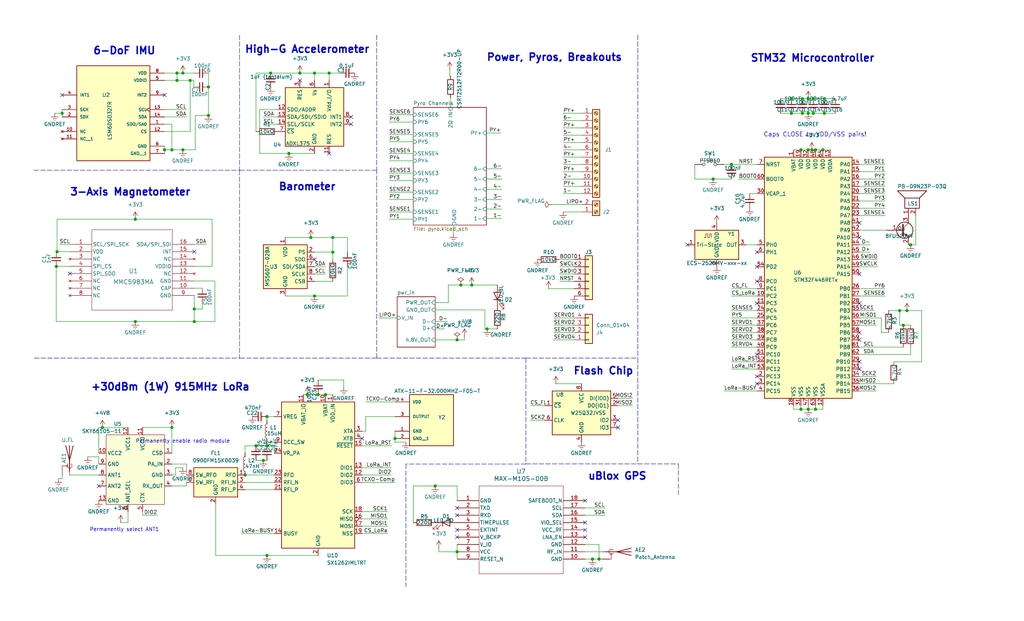
<source format=kicad_sch>
(kicad_sch (version 20231120) (generator "eeschema") (generator_version "8.0")
  (paper "USLegal")
  (title_block (title "WINTER Avionics Computer") (date "2024-04-24") (rev "3.2") (company "SparrowTheNerd"))
  (junction (at 113.03 137.16))
  (junction (at 104.14 25.4))
  (junction (at 163.83 99.06))
  (junction (at 137.16 152.4))
  (junction (at 67.4624 107.3912))
  (junction (at 312.42 107.95))
  (junction (at 254 57.15))
  (junction (at 93.98 25.4))
  (junction (at 314.96 107.95))
  (junction (at 109.22 102.87))
  (junction (at 72.39 40.132))
  (junction (at 109.22 25.4))
  (junction (at 61.468 25.4))
  (junction (at 92.71 193.04))
  (junction (at 110.49 137.16))
  (junction (at 115.57 82.55))
  (junction (at 274.828 39.37))
  (junction (at 274.828 34.29))
  (junction (at 278.638 34.29))
  (junction (at 19.558 92.6084))
  (junction (at 282.448 39.37))
  (junction (at 85.09 165.1))
  (junction (at 282.448 34.29))
  (junction (at 247.65 62.23))
  (junction (at 280.67 52.07))
  (junction (at 100.33 53.34))
  (junction (at 316.23 85.09))
  (junction (at 106.68 137.16))
  (junction (at 21.59 39.37))
  (junction (at 46.99 111.76))
  (junction (at 59.69 148.59))
  (junction (at 278.638 39.37))
  (junction (at 46.99 76.2))
  (junction (at 61.468 27.94))
  (junction (at 63.5 25.4))
  (junction (at 278.13 142.24))
  (junction (at 19.812 87.4776))
  (junction (at 278.13 52.07))
  (junction (at 151.13 168.91))
  (junction (at 115.57 87.63))
  (junction (at 63.5 52.07))
  (junction (at 107.95 82.55))
  (junction (at 59.69 52.07))
  (junction (at 280.67 39.37))
  (junction (at 114.3 25.4))
  (junction (at 205.74 194.31))
  (junction (at 286.258 39.37))
  (junction (at 35.56 148.59))
  (junction (at 66.04 27.94))
  (junction (at 67.4624 111.76))
  (junction (at 285.75 52.07))
  (junction (at 72.39 30.226))
  (junction (at 280.67 34.29))
  (junction (at 88.9 154.94))
  (junction (at 160.02 99.06))
  (junction (at 313.69 113.03))
  (junction (at 92.71 144.78))
  (junction (at 92.71 154.94))
  (junction (at 280.67 142.24))
  (junction (at 286.258 34.29))
  (junction (at 281.94 52.07))
  (junction (at 283.21 142.24))
  (junction (at 91.44 160.02))
  (junction (at 169.164 114.3))
  (junction (at 208.026 194.31))
  (junction (at 283.21 52.07))
  (junction (at 158.75 118.11))
  (junction (at 158.75 191.77))
  (junction (at 57.15 52.07))
  (no_connect (at 298.45 77.47))
  (no_connect (at 109.22 90.17))
  (no_connect (at 24.2824 95.0976))
  (no_connect (at 67.4624 87.4776))
  (no_connect (at 158.75 176.53))
  (no_connect (at 158.75 179.07))
  (no_connect (at 298.45 118.11))
  (no_connect (at 21.59 33.02))
  (no_connect (at 203.2 184.15))
  (no_connect (at 262.89 105.41))
  (no_connect (at 298.45 95.25))
  (no_connect (at 262.89 130.81))
  (no_connect (at 262.89 97.79))
  (no_connect (at 104.14 27.94))
  (no_connect (at 57.15 33.02))
  (no_connect (at 114.3 53.34))
  (no_connect (at 214.63 148.59))
  (no_connect (at 214.63 146.05))
  (no_connect (at 158.75 184.15))
  (no_connect (at 262.89 133.35))
  (no_connect (at 298.45 82.55))
  (no_connect (at 298.45 125.73))
  (no_connect (at 34.29 168.91))
  (no_connect (at 298.45 115.57))
  (no_connect (at 262.89 92.71))
  (no_connect (at 298.45 128.27))
  (no_connect (at 125.73 152.4))
  (no_connect (at 121.92 43.18))
  (no_connect (at 298.45 105.41))
  (no_connect (at 121.92 40.64))
  (no_connect (at 262.89 87.63))
  (no_connect (at 158.75 186.69))
  (no_connect (at 203.2 186.69))
  (no_connect (at 238.76 85.09))
  (no_connect (at 203.2 173.99))
  (no_connect (at 203.2 181.61))
  (no_connect (at 262.89 123.19))
  (wire (pts (xy 282.448 39.37) (xy 286.258 39.37)))
  (wire (pts (xy 298.45 64.77) (xy 307.34 64.77)))
  (wire (pts (xy 35.56 148.59) (xy 44.45 148.59)))
  (wire (pts (xy 201.93 57.15) (xy 195.58 57.15)))
  (wire (pts (xy 278.638 34.29) (xy 280.67 34.29)))
  (wire (pts (xy 192.278 113.03) (xy 199.39 113.03)))
  (wire (pts (xy 92.71 154.94) (xy 95.25 154.94)))
  (wire (pts (xy 168.91 75.946) (xy 174.244 75.946)))
  (wire (pts (xy 247.65 62.23) (xy 254 62.23)))
  (wire (pts (xy 156.21 26.416) (xy 156.464 26.416)))
  (wire (pts (xy 49.53 148.59) (xy 59.69 148.59)))
  (wire (pts (xy 99.06 82.55) (xy 107.95 82.55)))
  (wire (pts (xy 195.58 73.66) (xy 201.93 73.66)))
  (wire (pts (xy 19.558 92.5576) (xy 19.558 92.6084)))
  (wire (pts (xy 152.4 190.5) (xy 152.4 191.77)))
  (wire (pts (xy 320.04 125.73) (xy 310.388 125.73)))
  (wire (pts (xy 127 144.78) (xy 137.16 144.78)))
  (wire (pts (xy 278.13 142.24) (xy 280.67 142.24)))
  (wire (pts (xy 278.638 39.37) (xy 280.67 39.37)))
  (wire (pts (xy 151.13 114.046) (xy 152.4 114.046)))
  (wire (pts (xy 298.45 130.81) (xy 304.292 130.81)))
  (wire (pts (xy 57.15 50.8) (xy 57.15 52.07)))
  (wire (pts (xy 172.72 99.06) (xy 163.83 99.06)))
  (wire (pts (xy 254 128.27) (xy 262.89 128.27)))
  (wire (pts (xy 19.5072 111.76) (xy 46.99 111.76)))
  (wire (pts (xy 125.73 177.8) (xy 134.62 177.8)))
  (wire (pts (xy 308.61 107.95) (xy 312.42 107.95)))
  (wire (pts (xy 254 113.03) (xy 262.89 113.03)))
  (wire (pts (xy 155.702 99.06) (xy 155.702 105.156)))
  (polyline (pts (xy 83.185 59.182) (xy 83.185 124.46)) (stroke (width 0) (type dash)))
  (wire (pts (xy 143.51 168.91) (xy 151.13 168.91)))
  (wire (pts (xy 85.09 165.1) (xy 95.25 165.1)))
  (wire (pts (xy 283.21 52.07) (xy 285.75 52.07)))
  (wire (pts (xy 106.68 137.16) (xy 110.49 137.16)))
  (wire (pts (xy 312.42 113.03) (xy 312.42 107.95)))
  (wire (pts (xy 85.09 154.94) (xy 85.09 157.48)))
  (wire (pts (xy 168.91 58.674) (xy 174.244 58.674)))
  (wire (pts (xy 135.128 46.736) (xy 143.51 46.736)))
  (wire (pts (xy 298.45 113.03) (xy 304.292 113.03)))
  (wire (pts (xy 316.23 85.09) (xy 315.468 85.09)))
  (polyline (pts (xy 221.488 124.46) (xy 221.4907 161.2369)) (stroke (width 0) (type dash)))
  (wire (pts (xy 190.5 100.33) (xy 199.39 100.33)))
  (wire (pts (xy 125.73 180.34) (xy 134.62 180.34)))
  (wire (pts (xy 61.468 27.94) (xy 66.04 27.94)))
  (wire (pts (xy 201.93 62.23) (xy 195.58 62.23)))
  (wire (pts (xy 59.69 52.07) (xy 57.15 52.07)))
  (wire (pts (xy 114.3 25.4) (xy 118.11 25.4)))
  (wire (pts (xy 320.04 107.95) (xy 320.04 125.73)))
  (wire (pts (xy 64.77 161.29) (xy 64.77 165.1)))
  (wire (pts (xy 59.69 43.18) (xy 59.69 52.07)))
  (wire (pts (xy 90.17 53.34) (xy 100.33 53.34)))
  (wire (pts (xy 184.15 146.05) (xy 189.23 146.05)))
  (wire (pts (xy 60.96 165.1) (xy 60.96 162.56)))
  (wire (pts (xy 158.75 189.23) (xy 158.75 191.77)))
  (wire (pts (xy 161.29 116.84) (xy 161.29 118.11)))
  (wire (pts (xy 135.128 42.418) (xy 143.51 42.418)))
  (wire (pts (xy 67.4624 84.9376) (xy 71.6788 84.9376)))
  (wire (pts (xy 125.73 185.42) (xy 134.62 185.42)))
  (wire (pts (xy 49.53 179.07) (xy 54.61 179.07)))
  (wire (pts (xy 298.45 133.35) (xy 310.388 133.35)))
  (wire (pts (xy 314.96 107.95) (xy 320.04 107.95)))
  (wire (pts (xy 21.59 38.1) (xy 21.59 39.37)))
  (wire (pts (xy 156.21 24.13) (xy 156.21 26.416)))
  (wire (pts (xy 34.29 158.75) (xy 30.48 158.75)))
  (wire (pts (xy 254 100.33) (xy 262.89 100.33)))
  (wire (pts (xy 282.448 34.29) (xy 286.258 34.29)))
  (wire (pts (xy 131.572 110.49) (xy 137.922 110.49)))
  (wire (pts (xy 34.29 148.59) (xy 34.29 157.48)))
  (wire (pts (xy 135.128 53.34) (xy 143.51 53.34)))
  (wire (pts (xy 46.99 111.76) (xy 67.4624 111.76)))
  (wire (pts (xy 57.15 45.72) (xy 66.04 45.72)))
  (wire (pts (xy 254 120.65) (xy 262.89 120.65)))
  (wire (pts (xy 151.13 105.156) (xy 155.702 105.156)))
  (wire (pts (xy 92.71 193.04) (xy 110.49 193.04)))
  (wire (pts (xy 260.35 67.31) (xy 262.89 67.31)))
  (wire (pts (xy 140.97 153.67) (xy 137.16 153.67)))
  (wire (pts (xy 195.58 52.07) (xy 201.93 52.07)))
  (wire (pts (xy 193.04 133.35) (xy 201.93 133.35)))
  (wire (pts (xy 298.45 120.65) (xy 313.69 120.65)))
  (wire (pts (xy 91.44 40.64) (xy 96.52 40.64)))
  (wire (pts (xy 306.07 115.57) (xy 306.07 110.49)))
  (wire (pts (xy 67.4624 100.1776) (xy 70.2564 100.1776)))
  (wire (pts (xy 194.31 90.17) (xy 199.39 90.17)))
  (wire (pts (xy 192.278 110.49) (xy 199.39 110.49)))
  (wire (pts (xy 158.75 118.11) (xy 161.29 118.11)))
  (wire (pts (xy 254 57.15) (xy 262.89 57.15)))
  (polyline (pts (xy 140.97 161.29) (xy 140.97 203.962)) (stroke (width 0) (type dash)))
  (wire (pts (xy 109.22 97.79) (xy 115.57 97.79)))
  (wire (pts (xy 67.4624 97.6376) (xy 74.6252 97.6376)))
  (wire (pts (xy 67.31 27.94) (xy 67.31 30.226)))
  (wire (pts (xy 92.71 146.05) (xy 92.71 144.78)))
  (wire (pts (xy 85.09 170.18) (xy 95.25 170.18)))
  (polyline (pts (xy 83.312 124.46) (xy 130.81 124.46)) (stroke (width 0) (type dash)))
  (wire (pts (xy 125.73 162.56) (xy 135.89 162.56)))
  (wire (pts (xy 120.65 102.87) (xy 109.22 102.87)))
  (wire (pts (xy 44.45 181.61) (xy 41.91 181.61)))
  (wire (pts (xy 73.66 92.5576) (xy 67.4624 92.5576)))
  (wire (pts (xy 67.4624 107.3912) (xy 67.4624 111.76)))
  (wire (pts (xy 308.61 115.57) (xy 306.07 115.57)))
  (wire (pts (xy 135.128 49.276) (xy 143.51 49.276)))
  (wire (pts (xy 19.5072 92.5068) (xy 19.7104 92.5068)))
  (wire (pts (xy 280.67 52.07) (xy 281.94 52.07)))
  (wire (pts (xy 125.73 167.64) (xy 137.16 167.64)))
  (wire (pts (xy 254 125.73) (xy 262.89 125.73)))
  (wire (pts (xy 113.03 137.16) (xy 115.57 137.16)))
  (wire (pts (xy 283.21 142.24) (xy 283.21 140.97)))
  (wire (pts (xy 20.6607 84.9362) (xy 24.2824 84.9376)))
  (wire (pts (xy 168.402 114.3) (xy 168.402 107.696)))
  (wire (pts (xy 280.67 39.37) (xy 282.448 39.37)))
  (wire (pts (xy 21.59 165.1) (xy 21.59 166.37)))
  (polyline (pts (xy 11.938 124.46) (xy 83.312 124.46)) (stroke (width 0) (type dash)))
  (wire (pts (xy 67.818 40.132) (xy 72.39 40.132)))
  (wire (pts (xy 135.128 69.342) (xy 143.51 69.342)))
  (wire (pts (xy 109.22 27.94) (xy 109.22 25.4)))
  (wire (pts (xy 120.65 82.55) (xy 115.57 82.55)))
  (wire (pts (xy 298.45 57.15) (xy 307.34 57.15)))
  (wire (pts (xy 95.25 154.94) (xy 95.25 157.48)))
  (wire (pts (xy 168.91 65.786) (xy 174.244 65.786)))
  (wire (pts (xy 298.45 69.85) (xy 307.34 69.85)))
  (wire (pts (xy 298.45 85.09) (xy 302.26 85.09)))
  (wire (pts (xy 59.69 165.1) (xy 60.96 165.1)))
  (wire (pts (xy 88.9 160.02) (xy 91.44 160.02)))
  (wire (pts (xy 201.93 54.61) (xy 195.58 54.61)))
  (wire (pts (xy 88.9 154.94) (xy 92.71 154.94)))
  (wire (pts (xy 285.75 52.07) (xy 288.29 52.07)))
  (wire (pts (xy 57.15 27.94) (xy 61.468 27.94)))
  (wire (pts (xy 203.2 191.77) (xy 209.042 191.77)))
  (wire (pts (xy 214.63 140.97) (xy 219.71 140.97)))
  (wire (pts (xy 280.67 142.24) (xy 280.67 140.97)))
  (wire (pts (xy 151.13 111.76) (xy 155.448 111.76)))
  (wire (pts (xy 109.22 25.4) (xy 104.14 25.4)))
  (wire (pts (xy 19.05 39.37) (xy 21.59 39.37)))
  (wire (pts (xy 109.22 95.25) (xy 113.03 95.25)))
  (polyline (pts (xy 221.488 12.192) (xy 221.488 124.46)) (stroke (width 0) (type dash)))
  (wire (pts (xy 115.57 90.17) (xy 115.57 87.63)))
  (wire (pts (xy 271.018 39.37) (xy 274.828 39.37)))
  (wire (pts (xy 135.128 76.2) (xy 143.51 76.2)))
  (wire (pts (xy 135.128 66.802) (xy 143.51 66.802)))
  (wire (pts (xy 278.13 142.24) (xy 278.13 140.97)))
  (wire (pts (xy 19.558 87.4776) (xy 19.558 87.5284)))
  (wire (pts (xy 72.39 25.4) (xy 72.39 30.226)))
  (wire (pts (xy 151.13 118.11) (xy 158.75 118.11)))
  (wire (pts (xy 92.71 153.67) (xy 95.25 153.67)))
  (wire (pts (xy 298.45 67.31) (xy 307.34 67.31)))
  (wire (pts (xy 127 139.7) (xy 137.16 139.7)))
  (wire (pts (xy 34.29 161.29) (xy 34.29 158.75)))
  (wire (pts (xy 67.4624 102.7176) (xy 67.4624 107.3912)))
  (wire (pts (xy 100.33 53.34) (xy 109.22 53.34)))
  (wire (pts (xy 195.58 39.37) (xy 201.93 39.37)))
  (wire (pts (xy 91.44 43.18) (xy 96.52 43.18)))
  (wire (pts (xy 298.45 74.93) (xy 307.34 74.93)))
  (wire (pts (xy 298.45 135.89) (xy 304.292 135.89)))
  (wire (pts (xy 280.67 142.24) (xy 283.21 142.24)))
  (wire (pts (xy 192.278 115.57) (xy 199.39 115.57)))
  (wire (pts (xy 195.58 44.45) (xy 201.93 44.45)))
  (wire (pts (xy 259.08 85.09) (xy 262.89 85.09)))
  (wire (pts (xy 67.818 52.07) (xy 67.818 40.132)))
  (wire (pts (xy 110.49 132.08) (xy 119.38 132.08)))
  (wire (pts (xy 157.48 78.232) (xy 157.734 78.232)))
  (wire (pts (xy 137.16 152.4) (xy 137.16 149.86)))
  (wire (pts (xy 298.45 123.19) (xy 316.23 123.19)))
  (wire (pts (xy 85.09 154.94) (xy 88.9 154.94)))
  (wire (pts (xy 120.65 92.71) (xy 120.65 102.87)))
  (wire (pts (xy 184.15 140.97) (xy 189.23 140.97)))
  (wire (pts (xy 201.93 64.77) (xy 195.58 64.77)))
  (wire (pts (xy 135.128 39.878) (xy 143.51 39.878)))
  (wire (pts (xy 274.828 34.29) (xy 278.638 34.29)))
  (wire (pts (xy 70.2564 107.3912) (xy 67.4624 107.3912)))
  (wire (pts (xy 298.45 72.39) (xy 307.34 72.39)))
  (wire (pts (xy 157.48 81.28) (xy 157.48 78.232)))
  (wire (pts (xy 19.812 87.4776) (xy 19.812 76.2)))
  (wire (pts (xy 125.73 165.1) (xy 135.89 165.1)))
  (wire (pts (xy 160.02 99.06) (xy 155.702 99.06)))
  (wire (pts (xy 275.59 142.24) (xy 275.59 140.97)))
  (wire (pts (xy 73.66 76.2) (xy 73.66 92.5576)))
  (wire (pts (xy 151.13 168.91) (xy 158.75 168.91)))
  (wire (pts (xy 135.128 73.66) (xy 143.51 73.66)))
  (wire (pts (xy 57.15 52.07) (xy 57.15 53.34)))
  (wire (pts (xy 316.23 120.65) (xy 316.23 123.19)))
  (wire (pts (xy 19.812 76.2) (xy 46.99 76.2)))
  (wire (pts (xy 298.45 62.23) (xy 307.34 62.23)))
  (wire (pts (xy 66.04 45.72) (xy 66.04 27.94)))
  (wire (pts (xy 194.31 95.25) (xy 199.39 95.25)))
  (wire (pts (xy 275.59 142.24) (xy 278.13 142.24)))
  (wire (pts (xy 203.2 176.53) (xy 210.058 176.53)))
  (wire (pts (xy 168.91 46.228) (xy 173.99 46.228)))
  (polyline (pts (xy 83.312 59.182) (xy 130.81 59.182)) (stroke (width 0) (type dash)))
  (wire (pts (xy 169.164 114.3) (xy 168.402 114.3)))
  (wire (pts (xy 59.69 52.07) (xy 63.5 52.07)))
  (polyline (pts (xy 130.81 124.46) (xy 182.626 124.46)) (stroke (width 0) (type dash)))
  (wire (pts (xy 57.15 25.4) (xy 61.468 25.4)))
  (wire (pts (xy 19.7104 92.6084) (xy 19.558 92.6084)))
  (wire (pts (xy 163.83 99.06) (xy 160.02 99.06)))
  (wire (pts (xy 59.69 157.48) (xy 59.69 148.59)))
  (wire (pts (xy 168.91 72.644) (xy 174.244 72.644)))
  (wire (pts (xy 88.9 25.4) (xy 88.9 45.72)))
  (wire (pts (xy 74.93 193.04) (xy 92.71 193.04)))
  (wire (pts (xy 34.29 148.59) (xy 35.56 148.59)))
  (wire (pts (xy 19.7104 92.5068) (xy 19.7104 92.6084)))
  (wire (pts (xy 74.6252 111.76) (xy 67.4624 111.76)))
  (polyline (pts (xy 182.626 161.2389) (xy 235.5963 161.2389)) (stroke (width 0) (type dash)))
  (wire (pts (xy 172.72 114.3) (xy 169.164 114.3)))
  (wire (pts (xy 109.22 102.87) (xy 99.06 102.87)))
  (wire (pts (xy 64.77 168.91) (xy 64.77 167.64)))
  (wire (pts (xy 209.042 194.31) (xy 208.026 194.31)))
  (wire (pts (xy 278.13 52.07) (xy 280.67 52.07)))
  (wire (pts (xy 152.4 191.77) (xy 158.75 191.77)))
  (wire (pts (xy 285.75 142.24) (xy 285.75 140.97)))
  (wire (pts (xy 57.15 43.18) (xy 59.69 43.18)))
  (wire (pts (xy 254 118.11) (xy 262.89 118.11)))
  (wire (pts (xy 168.91 69.342) (xy 174.244 69.342)))
  (wire (pts (xy 158.75 173.99) (xy 158.75 168.91)))
  (wire (pts (xy 46.99 76.2) (xy 73.66 76.2)))
  (polyline (pts (xy 235.5963 161.2389) (xy 235.5963 171.9069)) (stroke (width 0) (type dash)))
  (wire (pts (xy 44.45 177.8) (xy 44.45 181.61)))
  (polyline (pts (xy 11.811 59.182) (xy 83.185 59.182)) (stroke (width 0) (type dash)))
  (wire (pts (xy 194.31 92.71) (xy 199.39 92.71)))
  (wire (pts (xy 92.71 144.78) (xy 95.25 144.78)))
  (wire (pts (xy 114.3 27.94) (xy 114.3 25.4)))
  (wire (pts (xy 74.93 175.26) (xy 74.93 193.04)))
  (wire (pts (xy 283.21 142.24) (xy 285.75 142.24)))
  (wire (pts (xy 49.53 177.8) (xy 49.53 179.07)))
  (wire (pts (xy 201.93 67.31) (xy 195.58 67.31)))
  (wire (pts (xy 274.828 39.37) (xy 278.638 39.37)))
  (wire (pts (xy 191.77 71.12) (xy 201.93 71.12)))
  (wire (pts (xy 156.464 34.036) (xy 156.464 37.338)))
  (wire (pts (xy 125.73 182.88) (xy 134.62 182.88)))
  (wire (pts (xy 195.58 49.53) (xy 201.93 49.53)))
  (wire (pts (xy 262.89 110.49) (xy 254 110.49)))
  (polyline (pts (xy 130.81 12.192) (xy 130.81 59.182)) (stroke (width 0) (type dash)))
  (wire (pts (xy 298.45 90.17) (xy 304.8 90.17)))
  (wire (pts (xy 256.54 62.23) (xy 262.89 62.23)))
  (wire (pts (xy 63.5 25.4) (xy 67.31 25.4)))
  (wire (pts (xy 192.278 118.11) (xy 199.39 118.11)))
  (wire (pts (xy 251.46 57.15) (xy 254 57.15)))
  (wire (pts (xy 313.69 113.03) (xy 312.42 113.03)))
  (wire (pts (xy 280.67 34.29) (xy 282.448 34.29)))
  (polyline (pts (xy 182.626 161.29) (xy 140.97 161.29)) (stroke (width 0) (type dash)))
  (wire (pts (xy 70.2564 105.2576) (xy 70.2564 107.3912)))
  (wire (pts (xy 109.22 92.71) (xy 113.03 92.71)))
  (wire (pts (xy 298.45 110.49) (xy 306.07 110.49)))
  (wire (pts (xy 107.95 82.55) (xy 115.57 82.55)))
  (wire (pts (xy 24.2824 92.5576) (xy 19.558 92.5576)))
  (wire (pts (xy 143.51 168.91) (xy 143.51 181.61)))
  (wire (pts (xy 298.45 102.87) (xy 307.34 102.87)))
  (wire (pts (xy 195.58 41.91) (xy 201.93 41.91)))
  (wire (pts (xy 318.008 85.09) (xy 316.23 85.09)))
  (wire (pts (xy 208.026 189.23) (xy 208.026 194.31)))
  (wire (pts (xy 21.59 39.37) (xy 21.59 40.64)))
  (wire (pts (xy 96.52 38.1) (xy 90.17 38.1)))
  (wire (pts (xy 83.82 185.42) (xy 95.25 185.42)))
  (polyline (pts (xy 130.81 124.46) (xy 130.81 59.182)) (stroke (width 0) (type dash)))
  (wire (pts (xy 254 102.87) (xy 262.89 102.87)))
  (wire (pts (xy 127 149.86) (xy 125.73 149.86)))
  (wire (pts (xy 168.91 62.23) (xy 174.244 62.23)))
  (wire (pts (xy 262.89 107.95) (xy 254 107.95)))
  (polyline (pts (xy 182.626 124.46) (xy 221.488 124.46)) (stroke (width 0) (type dash)))
  (wire (pts (xy 241.3 62.23) (xy 247.65 62.23)))
  (wire (pts (xy 59.69 168.91) (xy 64.77 168.91)))
  (wire (pts (xy 201.93 59.69) (xy 195.58 59.69)))
  (wire (pts (xy 254 115.57) (xy 262.89 115.57)))
  (wire (pts (xy 135.128 60.198) (xy 143.51 60.198)))
  (wire (pts (xy 251.46 135.89) (xy 262.89 135.89)))
  (wire (pts (xy 21.59 166.37) (xy 20.32 166.37)))
  (wire (pts (xy 271.018 34.29) (xy 274.828 34.29)))
  (wire (pts (xy 61.468 25.4) (xy 61.468 27.94)))
  (wire (pts (xy 119.38 132.08) (xy 119.38 134.62)))
  (wire (pts (xy 298.45 107.95) (xy 303.53 107.95)))
  (wire (pts (xy 241.3 57.15) (xy 241.3 62.23)))
  (wire (pts (xy 19.5072 111.76) (xy 19.5072 92.5068)))
  (wire (pts (xy 298.45 87.63) (xy 302.26 87.63)))
  (wire (pts (xy 316.23 113.03) (xy 313.69 113.03)))
  (wire (pts (xy 57.15 40.64) (xy 64.77 40.64)))
  (wire (pts (xy 158.75 191.77) (xy 158.75 194.31)))
  (wire (pts (xy 205.74 194.31) (xy 208.026 194.31)))
  (wire (pts (xy 72.39 30.226) (xy 72.39 40.132)))
  (wire (pts (xy 93.98 25.4) (xy 88.9 25.4)))
  (wire (pts (xy 66.04 27.94) (xy 67.31 27.94)))
  (wire (pts (xy 286.258 39.37) (xy 290.068 39.37)))
  (wire (pts (xy 298.45 59.69) (xy 307.34 59.69)))
  (wire (pts (xy 63.5 52.07) (xy 67.818 52.07)))
  (wire (pts (xy 90.17 38.1) (xy 90.17 53.34)))
  (wire (pts (xy 203.2 194.31) (xy 205.74 194.31)))
  (wire (pts (xy 74.6252 97.6376) (xy 74.6252 111.76)))
  (wire (pts (xy 115.57 82.55) (xy 115.57 87.63)))
  (wire (pts (xy 135.128 55.88) (xy 143.51 55.88)))
  (wire (pts (xy 115.57 87.63) (xy 109.22 87.63)))
  (wire (pts (xy 24.2824 87.4776) (xy 19.812 87.4776)))
  (wire (pts (xy 203.2 179.07) (xy 210.058 179.07)))
  (wire (pts (xy 214.63 138.43) (xy 219.71 138.43)))
  (wire (pts (xy 61.468 25.4) (xy 63.5 25.4)))
  (polyline (pts (xy 83.185 12.192) (xy 83.185 59.182)) (stroke (width 0) (type dash)))
  (wire (pts (xy 194.31 97.79) (xy 199.39 97.79)))
  (wire (pts (xy 298.45 92.71) (xy 304.8 92.71)))
  (wire (pts (xy 19.812 87.4776) (xy 19.558 87.4776)))
  (wire (pts (xy 125.73 154.94) (xy 135.89 154.94)))
  (wire (pts (xy 104.14 25.4) (xy 93.98 25.4)))
  (wire (pts (xy 127 149.86) (xy 127 144.78)))
  (wire (pts (xy 24.13 165.1) (xy 34.29 165.1)))
  (wire (pts (xy 298.45 100.33) (xy 307.34 100.33)))
  (wire (pts (xy 281.94 52.07) (xy 283.21 52.07)))
  (wire (pts (xy 195.58 46.99) (xy 201.93 46.99)))
  (wire (pts (xy 57.15 38.1) (xy 64.77 38.1)))
  (wire (pts (xy 59.69 161.29) (xy 64.77 161.29)))
  (wire (pts (xy 135.128 62.738) (xy 143.51 62.738)))
  (wire (pts (xy 85.09 167.64) (xy 95.25 167.64)))
  (wire (pts (xy 307.848 80.01) (xy 298.45 80.01)))
  (wire (pts (xy 203.2 189.23) (xy 208.026 189.23)))
  (wire (pts (xy 137.16 153.67) (xy 137.16 152.4)))
  (wire (pts (xy 110.49 137.16) (xy 113.03 137.16)))
  (wire (pts (xy 312.42 107.95) (xy 314.96 107.95)))
  (wire (pts (xy 120.65 87.63) (xy 120.65 82.55)))
  (wire (pts (xy 152.4 114.3) (xy 154.432 114.3)))
  (wire (pts (xy 286.258 34.29) (xy 290.068 34.29)))
  (wire (pts (xy 152.4 114.046) (xy 152.4 114.3)))
  (wire (pts (xy 151.13 107.696) (xy 168.402 107.696)))
  (wire (pts (xy 275.59 52.07) (xy 278.13 52.07)))
  (wire (pts (xy 60.96 162.56) (xy 63.5 162.56)))
  (wire (pts (xy 91.44 160.02) (xy 92.71 160.02)))
  (wire (pts (xy 318.008 74.93) (xy 318.008 85.09)))
  (wire (pts (xy 109.22 25.4) (xy 114.3 25.4)))
  (wire (pts (xy 105.41 137.16) (xy 106.68 137.16)))
  (polyline (pts (xy 182.626 124.46) (xy 182.626 161.29)) (stroke (width 0) (type dash)))
  (text "6-DoF IMU\n" (at 43.18 17.78 0) (effects (font (size 2.54 2.54) (bold yes))))
  (text "Flash Chip" (at 209.55 129.032 0) (effects (font (size 2.54 2.54) (bold yes))))
  (text "Barometer" (at 106.68 65.024 0) (effects (font (size 2.54 2.54) (bold yes))))
  (text "Permanently select ANT1\n" (at 43.18 184.15 0) (effects (font (size 1.27 1.27))))
  (text "Permanently enable radio module\n" (at 63.5 153.416 0) (effects (font (size 1.27 1.27))))
  (text "+30dBm (1W) 915MHz LoRa" (at 59.182 134.62 0) (effects (font (size 2.54 2.54) (bold yes))))
  (text "Caps CLOSE to VDD/VSS pairs!" (at 265.176 47.752 0) (effects (font (size 1.5 1.5)) (justify left bottom)))
  (text "High-G Accelerometer" (at 106.68 17.272 0) (effects (font (size 2.54 2.54) (bold yes))))
  (text "uBlox GPS\n" (at 214.376 165.608 0) (effects (font (size 2.54 2.54) (bold yes))))
  (text "Power, Pyros, Breakouts" (at 192.532 20.066 0) (effects (font (size 2.54 2.54) (bold yes))))
  (text "3-Axis Magnetometer\n" (at 45.2628 66.8528 0) (effects (font (size 2.54 2.54) (bold yes))))
  (text "STM32 Microcontroller" (at 282.194 20.32 0) (effects (font (size 2.54 2.54) (bold yes))))
  (label "MISO2" (at 304.292 133.35 180))
  (label "PY+" (at 195.58 54.61 0))
  (label "MOSI2" (at 219.71 138.43 180))
  (label "LoRa_INT" (at 135.89 162.56 180))
  (label "LoRa-BUSY" (at 251.46 135.89 0))
  (label "SENSE5" (at 135.128 46.736 0))
  (label "DIO2" (at 135.89 165.1 180))
  (label "PY+" (at 195.58 39.37 0))
  (label "PY+" (at 195.58 44.45 0))
  (label "MISO2" (at 219.71 140.97 180))
  (label "SERVO1" (at 254 113.03 0))
  (label "5-" (at 195.58 46.99 0))
  (label "SCK1" (at 134.62 177.8 180))
  (label "DIO2" (at 54.61 179.07 180))
  (label "SCL" (at 113.03 95.25 180))
  (label "3-" (at 195.58 57.15 0))
  (label "SCL" (at 91.44 43.18 0))
  (label "MOSI2" (at 304.292 135.89 180))
  (label "PY1" (at 307.34 59.69 180))
  (label "D+" (at 302.26 87.63 180))
  (label "LoRa_RST" (at 254 125.73 0))
  (label "PY3" (at 135.128 62.738 0))
  (label "SWDIO" (at 194.31 95.25 0))
  (label "CS_FL" (at 184.15 140.97 0))
  (label "PY4" (at 135.128 55.88 0))
  (label "1-" (at 195.58 67.31 0))
  (label "TCXO-Comp" (at 137.16 167.64 180))
  (label "SCL" (at 303.53 120.65 180))
  (label "SCL" (at 210.058 176.53 180))
  (label "PY+" (at 173.99 46.228 180))
  (label "PY5" (at 135.128 49.276 0))
  (label "SERVO3" (at 192.278 115.57 0))
  (label "PY2" (at 135.128 69.342 0))
  (label "SCK2" (at 304.292 130.81 180))
  (label "SENSE6" (at 307.34 102.87 180))
  (label "PY1" (at 135.128 76.2 0))
  (label "PY4" (at 307.34 72.39 180))
  (label "CS_LoRa" (at 254 102.87 0))
  (label "SCK1" (at 303.53 107.95 180))
  (label "SDA" (at 113.03 92.71 180))
  (label "SENSE5" (at 254 107.95 0))
  (label "SDA" (at 210.058 179.07 180))
  (label "PY5" (at 254 110.49 0))
  (label "SERVO4" (at 192.278 118.11 0))
  (label "SCL" (at 20.6607 84.9362 0))
  (label "6-" (at 174.244 58.674 180))
  (label "SERVO2" (at 192.278 113.03 0))
  (label "SENSE1" (at 307.34 57.15 180))
  (label "MOSI1" (at 304.292 113.03 180))
  (label "SWCLK" (at 194.31 92.71 0))
  (label "6-" (at 195.58 41.91 0))
  (label "BOOT0" (at 194.31 90.17 0))
  (label "SWDIO" (at 304.8 90.17 180))
  (label "LIPO+" (at 131.572 110.49 0))
  (label "PY+" (at 195.58 59.69 0))
  (label "SENSE2" (at 135.128 66.802 0))
  (label "BOOT0" (at 256.54 62.23 0))
  (label "SERVO3" (at 254 118.11 0))
  (label "PY6" (at 307.34 100.33 180))
  (label "2-" (at 174.244 72.644 180))
  (label "PY6" (at 135.128 42.418 0))
  (label "NRST" (at 194.31 97.79 0))
  (label "SDA" (at 64.77 40.64 180))
  (label "SENSE4" (at 135.128 53.34 0))
  (label "SDA" (at 71.6788 84.9376 180))
  (label "CS_FL" (at 254 100.33 0))
  (label "CS_LoRa" (at 134.62 185.42 180))
  (label "SENSE3" (at 307.34 67.31 180))
  (label "SCL" (at 64.77 38.1 180))
  (label "D+" (at 154.432 114.3 180))
  (label "PY+" (at 195.58 64.77 0))
  (label "4-" (at 174.244 65.786 180))
  (label "SERVO4" (at 254 120.65 0))
  (label "MOSI1" (at 134.62 182.88 180))
  (label "LoRa-BUSY" (at 83.82 185.42 0))
  (label "PY2" (at 307.34 62.23 180))
  (label "D-" (at 302.26 85.09 180))
  (label "LoRa_RST" (at 135.89 154.94 180))
  (label "TCXO-Comp" (at 127 139.7 0))
  (label "2-" (at 195.58 62.23 0))
  (label "SDA" (at 303.53 123.19 180))
  (label "3-" (at 174.244 69.342 180))
  (label "LIPO+" (at 196.596 71.12 0))
  (label "SERVO1" (at 192.278 110.49 0))
  (label "SENSE1" (at 135.128 73.66 0))
  (label "SERVO2" (at 254 115.57 0))
  (label "MISO1" (at 134.62 180.34 180))
  (label "4-" (at 195.58 52.07 0))
  (label "1-" (at 174.244 75.946 180))
  (label "SCK2" (at 184.15 146.05 0))
  (label "SWCLK" (at 304.8 92.71 180))
  (label "PY+" (at 195.58 49.53 0))
  (label "D-" (at 155.448 111.76 180))
  (label "LoRa_INT" (at 254 128.27 0))
  (label "SENSE2" (at 307.34 64.77 180))
  (label "MISO1" (at 304.546 110.49 180))
  (label "SENSE3" (at 135.128 60.198 0))
  (label "SENSE6" (at 135.128 39.878 0))
  (label "PY3" (at 307.34 69.85 180))
  (label "5-" (at 174.244 62.23 180))
  (label "SENSE4" (at 307.34 74.93 180))
  (label "NRST" (at 256.54 57.15 0))
  (label "SDA" (at 91.44 40.64 0))
  (symbol (lib_id "rev3_components:MMC5983MA") (at 24.2824 84.9376 0) (unit 1)
    (property "Reference" "U1" (at 46.3296 94.1832 0) (effects (font (size 1.524 1.524))))
    (property "Value" "MMC5983MA" (at 46.3296 97.9932 0) (effects (font (size 1.524 1.524))))
    (property "Footprint" "rev3footprints:MMC5983MA_MEM" (effects (hide yes)))
    (property "Datasheet" "MMC5983MA" (effects (hide yes)))
  )
  (symbol (lib_id "Memory_Flash:W25Q32JVSS") (at 201.93 143.51 0) (unit 1)
    (property "Reference" "U8" (at 193.04 137.16 0) (effects (justify left)))
    (property "Value" "W25Q32JVSS" (at 198.12 143.51 0) (effects (justify left)))
    (property "Footprint" "Package_SO:SOIC-8_5.23x5.23mm_P1.27mm" (effects (hide yes)))
    (property "Datasheet" "http://www.winbond.com/resource-files/w25q32jv%20revg%2003272018%20plus.pdf" (effects (hide yes)))
  )
  (symbol (lib_id "power:GNDREF") (at 316.23 85.09 0) (mirror y) (unit 1)
    (property "Reference" "#PWR09" (effects (hide yes)))
    (property "Value" "GNDREF" (at 316.23 88.9 0))
  )
  (symbol (lib_id "power:+3V3") (at 46.99 76.2 0) (unit 1)
    (property "Reference" "#PWR017" (effects (hide yes)))
    (property "Value" "+3V3" (at 46.99 71.12 0))
    (property "Description" "Power symbol creates a global label with name \"+3V3\"" (effects (hide yes)))
  )
  (symbol (lib_id "Device:C_Small") (at 290.068 36.83 0) (unit 1)
    (property "Reference" "C16" (at 288.798 38.1 0) (effects (justify left)))
    (property "Value" "4.7uF" (at 288.798 34.29 0) (effects (justify left)))
    (property "Footprint" "Capacitor_SMD:C_0603_1608Metric" (effects (hide yes)))
  )
  (symbol (lib_id "Device:C_Small") (at 93.98 27.94 180) (unit 1)
    (property "Reference" "C2" (at 92.9939 28.8527 90) (effects (justify left)))
    (property "Value" "1uF (tantalum)" (at 101.6 26.67 0) (effects (justify left)))
    (property "Footprint" "Capacitor_SMD:C_0603_1608Metric" (effects (hide yes)))
  )
  (symbol (lib_id "power:GNDREF") (at 72.39 40.132 0) (mirror y) (unit 1)
    (property "Reference" "#PWR038" (effects (hide yes)))
    (property "Value" "GNDREF" (at 72.39 43.942 0))
  )
  (symbol (lib_id "Device:R") (at 115.57 93.98 180) (unit 1)
    (property "Reference" "R2" (at 118.11 93.98 90))
    (property "Value" "10kΩ" (at 115.57 93.98 90))
    (property "Footprint" "Resistor_SMD:R_0603_1608Metric" (effects (hide yes)))
  )
  (symbol (lib_id "power:GNDREF") (at 260.35 72.39 0) (mirror y) (unit 1)
    (property "Reference" "#PWR046" (effects (hide yes)))
    (property "Value" "GNDREF" (at 260.35 76.2 0))
  )
  (symbol (lib_id "Device:C_Small") (at 274.828 36.83 0) (unit 1)
    (property "Reference" "C12" (at 273.558 38.1 0) (effects (justify left)))
    (property "Value" "100nF" (at 272.288 34.29 0) (effects (justify left)))
    (property "Footprint" "Capacitor_SMD:C_0603_1608Metric" (effects (hide yes)))
  )
  (symbol (lib_id "power:+3V3") (at 63.5 25.4 0) (unit 1)
    (property "Reference" "#PWR032" (effects (hide yes)))
    (property "Value" "+3V3" (at 63.5 20.32 0))
    (property "Description" "Power symbol creates a global label with name \"+3V3\"" (effects (hide yes)))
  )
  (symbol (lib_id "Device:R") (at 313.69 116.84 0) (mirror x) (unit 1)
    (property "Reference" "R6" (at 311.6406 116.5098 90))
    (property "Value" "10kΩ" (at 313.436 116.84 90))
    (property "Footprint" "Resistor_SMD:R_0603_1608Metric" (effects (hide yes)))
  )
  (symbol (lib_id "Connector:Screw_Terminal_01x02") (at 207.01 73.66 0) (mirror x) (unit 1)
    (property "Reference" "J2" (at 209.296 73.66 0) (effects (justify left)))
    (property "Value" "Screw_Terminal_01x02" (effects (hide yes)))
    (property "Footprint" "Connector_PinHeader_2.54mm:PinHeader_1x02_P2.54mm_Vertical" (effects (hide yes)))
  )
  (symbol (lib_id "power:GNDREF") (at 46.99 111.76 0) (mirror y) (unit 1)
    (property "Reference" "#PWR012" (effects (hide yes)))
    (property "Value" "GNDREF" (at 46.99 115.57 0))
  )
  (symbol (lib_id "Device:C_Small") (at 120.65 90.17 180) (unit 1)
    (property "Reference" "C4" (at 121.6496 90.8422 90) (effects (justify left)))
    (property "Value" "100nF" (at 123.19 87.63 90) (effects (justify left)))
    (property "Footprint" "Capacitor_SMD:C_0603_1608Metric" (effects (hide yes)))
  )
  (symbol (lib_id "power:GNDREF") (at 119.38 134.62 0) (mirror y) (unit 1)
    (property "Reference" "#PWR020" (effects (hide yes)))
    (property "Value" "GNDREF" (at 119.38 138.43 0))
  )
  (symbol (lib_id "power:GNDREF") (at 247.65 62.23 0) (mirror y) (unit 1)
    (property "Reference" "#PWR026" (effects (hide yes)))
    (property "Value" "GNDREF" (at 247.65 66.04 0))
  )
  (symbol (lib_id "Filter:0900FM15K0039") (at 74.93 167.64 0) (mirror y) (unit 1)
    (property "Reference" "FL1" (at 74.93 157.48 0))
    (property "Value" "0900FM15K0039" (at 74.93 160.02 0))
    (property "Footprint" "RF_Converter:Balun_Johanson_0900FM15K0039" (effects (hide yes)))
    (property "Datasheet" "https://www.johansontechnology.com/datasheets/0900FM15K0039/0900FM15K0039.pdf" (effects (hide yes)))
    (property "Description" "868MHz/915MHz Sub-GHz Impedance Matched Filter integrated passive for Semtech SX1261, SX1262, LLCC68" (effects (hide yes)))
  )
  (symbol (lib_id "Device:C_Small") (at 120.65 25.4 90) (unit 1)
    (property "Reference" "C3" (at 119.7373 24.4139 90) (effects (justify left)))
    (property "Value" "0.1uF" (at 123.19 22.86 90) (effects (justify left)))
    (property "Footprint" "Capacitor_SMD:C_0603_1608Metric" (effects (hide yes)))
  )
  (symbol (lib_id "Device:C_Small") (at 69.85 25.4 270) (unit 1)
    (property "Reference" "C6" (at 70.5222 24.4004 90) (effects (justify left)))
    (property "Value" "100nF" (at 67.31 22.86 90) (effects (justify left)))
    (property "Footprint" "Capacitor_SMD:C_0603_1608Metric" (effects (hide yes)))
  )
  (symbol (lib_id "power:GNDREF") (at 20.32 166.37 0) (mirror y) (unit 1)
    (property "Reference" "#PWR048" (effects (hide yes)))
    (property "Value" "GNDREF" (at 20.32 170.18 0))
  )
  (symbol (lib_id "RF:SX1262IMLTRT") (at 110.49 165.1 0) (mirror y) (unit 1)
    (property "Reference" "U10" (at 113.5065 193.04 0) (effects (justify right)))
    (property "Value" "SX1262IMLTRT" (at 113.5065 195.58 0) (effects (justify right)))
    (property "Footprint" "Package_DFN_QFN:QFN-24-1EP_4x4mm_P0.5mm_EP2.6x2.6mm" (effects (hide yes)))
    (property "Datasheet" "https://semtech.file.force.com/sfc/dist/version/download/?oid=00DE0000000JelG&ids=0682R00000IjPWSQA3&d=%2Fa%2F2R000000Un7F%2FyT.fKdAr9ZAo3cJLc4F2cBdUsMftpT2vsOICP7NmvMo" (effects (hide yes)))
    (property "Description" "150 MHz to 960 MHz Low Power Long Range Transceiver, 22dBm output power, spreading factor from 5 to 12, LoRA, QFN-24" (effects (hide yes)))
  )
  (symbol (lib_id "Device:C_Small") (at 282.448 36.83 0) (unit 1)
    (property "Reference" "C14" (at 281.178 38.1 0) (effects (justify left)))
    (property "Value" "100nF" (at 279.908 34.29 0) (effects (justify left)))
    (property "Footprint" "Capacitor_SMD:C_0603_1608Metric" (effects (hide yes)))
  )
  (symbol (lib_id "Device:C_Small") (at 90.17 144.78 270) (unit 1)
    (property "Reference" "C22" (at 85.598 143.51 90) (effects (justify left)))
    (property "Value" "470nF" (at 84.836 141.732 90) (effects (justify left)))
    (property "Footprint" "Capacitor_SMD:C_0603_1608Metric" (effects (hide yes)))
  )
  (symbol (lib_id "power:GNDREF") (at 151.13 168.91 0) (mirror y) (unit 1)
    (property "Reference" "#PWR043" (effects (hide yes)))
    (property "Value" "GNDREF" (at 151.13 172.72 0))
  )
  (symbol (lib_id "power:GNDREF") (at 91.44 160.02 0) (mirror y) (unit 1)
    (property "Reference" "#PWR049" (effects (hide yes)))
    (property "Value" "GNDREF" (at 91.44 163.83 0))
  )
  (symbol (lib_id "Device:LED") (at 172.72 102.87 90) (unit 1)
    (property "Reference" "D2" (at 175.26 104.14 90) (effects (justify right)))
    (property "Value" "LED_BL" (at 173.99 99.06 0) (effects (justify right)))
    (property "Footprint" "LED_SMD:LED_0603_1608Metric" (effects (hide yes)))
  )
  (symbol (lib_id "Sensor_Pressure:MS5607-02BA") (at 99.06 92.71 0) (mirror y) (unit 1)
    (property "Reference" "U3" (at 96.3828 92.71 0) (effects (justify left)))
    (property "Value" "MS5607-02BA" (at 92.8451 99.5941 90) (effects (justify left)))
    (property "Footprint" "Package_LGA:LGA-8_3x5mm_P1.25mm" (effects (hide yes)))
    (property "Datasheet" "https://www.te.com/commerce/DocumentDelivery/DDEController?Action=showdoc&DocId=Data+Sheet%7FMS5607-02BA03%7FB2%7Fpdf%7FEnglish%7FENG_DS_MS5607-02BA03_B2.pdf%7FCAT-BLPS0035" (effects (hide yes)))
  )
  (symbol (lib_id "Device:R") (at 156.464 30.226 180) (unit 1)
    (property "Reference" "R9" (at 156.464 30.226 90))
    (property "Value" "CSRT2512FT2R00-UP" (at 159.512 27.432 90))
    (property "Footprint" "Resistor_SMD:R_2512_6332Metric" (effects (hide yes)))
  )
  (symbol (lib_id "power:GNDREF") (at 280.67 39.37 0) (mirror y) (unit 1)
    (property "Reference" "#PWR025" (effects (hide yes)))
    (property "Value" "GNDREF" (at 280.67 43.18 0))
  )
  (symbol (lib_id "Device:L") (at 92.71 149.86 180) (unit 1)
    (property "Reference" "L1" (at 93.726 148.59 0) (effects (justify right)))
    (property "Value" "15uH" (at 92.71 150.622 0) (effects (justify right)))
    (property "Footprint" "Inductor_SMD:L_0805_2012Metric" (effects (hide yes)))
    (property "Description" "Inductor" (effects (hide yes)))
  )
  (symbol (lib_id "power:+3V8") (at 35.56 148.59 0) (unit 1)
    (property "Reference" "#PWR037" (effects (hide yes)))
    (property "Value" "+4V8" (at 35.56 143.51 0))
    (property "Description" "Power symbol creates a global label with name \"+3V8\"" (effects (hide yes)))
  )
  (symbol (lib_id "power:GNDREF") (at 140.97 153.67 0) (mirror y) (unit 1)
    (property "Reference" "#PWR04" (effects (hide yes)))
    (property "Value" "GNDREF" (at 140.97 157.48 0))
  )
  (symbol (lib_id "rev3_components:SKY66105-11") (at 46.99 163.83 0) (mirror y) (unit 1)
    (property "Reference" "U5" (at 42.2559 147.32 0) (effects (justify left)))
    (property "Value" "SKY66105-11" (at 42.2559 149.86 0) (effects (justify left)))
    (property "Footprint" "rev3footprints:SKY66105-11" (effects (hide yes)))
  )
  (symbol (lib_id "power:GNDREF") (at 100.33 53.34 0) (mirror y) (unit 1)
    (property "Reference" "#PWR014" (effects (hide yes)))
    (property "Value" "GNDREF" (at 100.33 57.15 0))
  )
  (symbol (lib_id "power:+3V3") (at 248.92 77.47 0) (unit 1)
    (property "Reference" "#PWR034" (effects (hide yes)))
    (property "Value" "+3V3" (at 248.92 72.39 0))
    (property "Description" "Power symbol creates a global label with name \"+3V3\"" (effects (hide yes)))
  )
  (symbol (lib_id "power:GNDREF") (at 169.164 114.3 0) (unit 1)
    (property "Reference" "#PWR028" (effects (hide yes)))
    (property "Value" "GNDREF" (at 173.99 116.332 0))
  )
  (symbol (lib_id "power:+3V3") (at 107.95 82.55 0) (unit 1)
    (property "Reference" "#PWR029" (effects (hide yes)))
    (property "Value" "+3V3" (at 107.95 77.47 0))
    (property "Description" "Power symbol creates a global label with name \"+3V3\"" (effects (hide yes)))
  )
  (symbol (lib_id "power:+3V3") (at 106.68 137.16 0) (unit 1)
    (property "Reference" "#PWR019" (effects (hide yes)))
    (property "Value" "+3V3" (at 106.68 132.08 0))
    (property "Description" "Power symbol creates a global label with name \"+3V3\"" (effects (hide yes)))
  )
  (symbol (lib_id "Transistor_BJT:BC847W") (at 312.928 80.01 0) (unit 1)
    (property "Reference" "Q4" (at 311.658 79.502 0) (effects (justify left)))
    (property "Value" "BFU520WF" (at 307.34 82.042 0) (effects (justify left)))
    (property "Footprint" "Package_TO_SOT_SMD:SOT-323_SC-70" (effects (hide yes)))
    (property "Datasheet" "https://www.nxp.com/docs/en/data-sheet/BFU520W.pdf" (effects (hide yes)))
    (property "Description" "0.1A Ic, 45V Vce, NPN Transistor, SOT-323" (effects (hide yes)))
  )
  (symbol (lib_id "Device:R") (at 310.388 129.54 180) (unit 1)
    (property "Reference" "R4" (at 312.4374 129.2098 90))
    (property "Value" "4.7kΩ" (at 310.642 129.54 90))
    (property "Footprint" "Resistor_SMD:R_0603_1608Metric" (effects (hide yes)))
  )
  (symbol (lib_id "power:+3V3") (at 104.14 25.4 0) (unit 1)
    (property "Reference" "#PWR030" (effects (hide yes)))
    (property "Value" "+3V3" (at 104.14 20.32 0))
    (property "Description" "Power symbol creates a global label with name \"+3V3\"" (effects (hide yes)))
  )
  (symbol (lib_id "Device:C_Small") (at 110.49 134.62 0) (unit 1)
    (property "Reference" "C23" (at 109.22 139.192 90) (effects (justify left)))
    (property "Value" "100nF" (at 107.442 139.954 90) (effects (justify left)))
    (property "Footprint" "Capacitor_SMD:C_0603_1608Metric" (effects (hide yes)))
  )
  (symbol (lib_id "power:+3V3") (at 152.4 190.5 0) (unit 1)
    (property "Reference" "#PWR021" (effects (hide yes)))
    (property "Value" "+3V3" (at 152.4 185.42 0))
    (property "Description" "Power symbol creates a global label with name \"+3V3\"" (effects (hide yes)))
  )
  (symbol (lib_id "power:GNDREF") (at 109.22 102.87 0) (mirror y) (unit 1)
    (property "Reference" "#PWR011" (effects (hide yes)))
    (property "Value" "GNDREF" (at 109.22 106.68 0))
  )
  (symbol (lib_id "MCU_ST_STM32F4:STM32F446RETx") (at 280.67 95.25 0) (unit 1)
    (property "Reference" "U6" (at 275.59 94.742 0) (effects (justify left)))
    (property "Value" "STM32F446RETx" (at 275.59 97.282 0) (effects (justify left)))
    (property "Footprint" "Package_QFP:LQFP-64_10x10mm_P0.5mm" (effects (hide yes)))
    (property "Datasheet" "http://www.st.com/st-web-ui/static/active/en/resource/technical/document/datasheet/DM00141306.pdf" (effects (hide yes)))
  )
  (symbol (lib_id "power:+3V3") (at 59.69 148.59 0) (unit 1)
    (property "Reference" "#PWR018" (effects (hide yes)))
    (property "Value" "+3V3" (at 59.69 143.51 0))
    (property "Description" "Power symbol creates a global label with name \"+3V3\"" (effects (hide yes)))
  )
  (symbol (lib_id "Device:Speaker") (at 315.468 69.85 90) (unit 1)
    (property "Reference" "LS1" (at 315.1646 70.7375 90) (effects (justify right)))
    (property "Value" "PB-09N23P-03Q" (at 311.658 64.77 90) (effects (justify right)))
    (property "Footprint" "Buzzer_Beeper:MagneticBuzzer_ProSignal_ABT-410-RC" (effects (hide yes)))
  )
  (symbol (lib_id "Device:R") (at 147.32 181.61 90) (unit 1)
    (property "Reference" "R5" (at 147.32 179.5229 90))
    (property "Value" "220Ω" (at 147.32 181.61 90))
    (property "Footprint" "Resistor_SMD:R_0603_1608Metric" (effects (hide yes)))
  )
  (symbol (lib_id "Device:Antenna_Shield") (at 24.13 160.02 0) (mirror y) (unit 1)
    (property "Reference" "AE1" (at 22.1936 161.007 90) (effects (justify left)))
    (property "Value" "U.FL" (at 25.654 152.908 0) (effects (justify left)))
    (property "Footprint" "Connector_Coaxial:U.FL_Molex_MCRF_73412-0110_Vertical" (effects (hide yes)))
    (property "Distributor" "`" (effects (hide yes)))
    (property "Price" "`" (effects (hide yes)))
    (property "Price Per Item" "`" (effects (hide yes)))
    (property "Product ID" "`" (effects (hide yes)))
  )
  (symbol (lib_id "power:+3V3") (at 41.91 181.61 0) (unit 1)
    (property "Reference" "#PWR042" (effects (hide yes)))
    (property "Value" "+3V3" (at 41.91 176.53 0))
    (property "Description" "Power symbol creates a global label with name \"+3V3\"" (effects (hide yes)))
  )
  (symbol (lib_id "Device:R") (at 308.61 111.76 180) (unit 1)
    (property "Reference" "R3" (at 310.6594 111.4298 90))
    (property "Value" "4.7kΩ" (at 308.864 111.76 90))
    (property "Footprint" "Resistor_SMD:R_0603_1608Metric" (effects (hide yes)))
  )
  (symbol (lib_id "rev3_components:LSM6DSO32TR") (at 39.37 38.1 0) (unit 1)
    (property "Reference" "U2" (at 36.83 33.02 0))
    (property "Value" "LSM6DSO32TR" (at 38.1 41.91 90))
    (property "Footprint" "rev3footprints:LSM6DSO32TR" (effects (hide yes)))
    (property "PARTREV" "1" (effects (hide yes)))
    (property "STANDARD" "Manufacturer Recommendations" (effects (hide yes)))
    (property "MAXIMUM_PACKAGE_HEIGHT" "0.86mm" (effects (hide yes)))
    (property "MANUFACTURER" "STMicroelectronics" (effects (hide yes)))
  )
  (symbol (lib_id "Connector:Screw_Terminal_01x12") (at 207.01 52.07 0) (unit 1)
    (property "Reference" "J1" (at 210.058 52.07 0) (effects (justify left)))
    (property "Value" "Screw_Terminal_01x12" (effects (hide yes)))
    (property "Footprint" "TerminalBlock_Phoenix:TerminalBlock_Phoenix_MPT-0,5-12-2.54_1x12_P2.54mm_Horizontal" (effects (hide yes)))
  )
  (symbol (lib_id "power:GNDREF") (at 195.58 73.66 0) (mirror y) (unit 1)
    (property "Reference" "#PWR010" (effects (hide yes)))
    (property "Value" "GNDREF" (at 195.58 77.47 0))
  )
  (symbol (lib_id "power:GNDREF") (at 123.19 25.4 0) (mirror y) (unit 1)
    (property "Reference" "#PWR031" (effects (hide yes)))
    (property "Value" "GNDREF" (at 123.19 29.21 0))
  )
  (symbol (lib_id "power:GNDREF") (at 201.93 153.67 0) (mirror y) (unit 1)
    (property "Reference" "#PWR06" (effects (hide yes)))
    (property "Value" "GNDREF" (at 201.93 157.48 0))
  )
  (symbol (lib_id "Device:C_Small") (at 88.9 157.48 180) (unit 1)
    (property "Reference" "C25" (at 90.17 152.908 90) (effects (justify left)))
    (property "Value" "47pF" (at 91.948 152.146 90) (effects (justify left)))
    (property "Footprint" "Capacitor_SMD:C_0201_0603Metric" (effects (hide yes)))
  )
  (symbol (lib_id "Connector_Generic:Conn_01x06") (at 204.47 95.25 0) (unit 1)
    (property "Reference" "J3" (at 203.2 87.63 0) (effects (justify left)))
    (property "Value" "Conn_01x06" (effects (hide yes)))
    (property "Footprint" "Connector_PinHeader_2.54mm:PinHeader_1x06_P2.54mm_Vertical" (effects (hide yes)))
  )
  (symbol (lib_id "Device:C_Small") (at 19.558 90.0684 180) (unit 1)
    (property "Reference" "C1" (at 15.3416 88.7476 90) (effects (justify left)))
    (property "Value" "1nF" (at 17.018 87.9856 90) (effects (justify left)))
    (property "Footprint" "Capacitor_SMD:C_0603_1608Metric" (effects (hide yes)))
  )
  (symbol (lib_id "Sensor_Motion:ADXL343") (at 109.22 40.64 0) (unit 1)
    (property "Reference" "U4" (at 96.2852 50.2651 0))
    (property "Value" "ADXL375" (at 103.4562 49.8826 0))
    (property "Footprint" "Package_LGA:LGA-14_3x5mm_P0.8mm_LayoutBorder1x6y" (effects (hide yes)))
    (property "Datasheet" "https://www.analog.com/media/en/technical-documentation/data-sheets/ADXL343.pdf" (effects (hide yes)))
  )
  (symbol (lib_id "Device:C_Small") (at 69.85 30.226 90) (unit 1)
    (property "Reference" "C7" (at 69.1778 31.2256 90) (effects (justify left)))
    (property "Value" "100nF" (at 72.39 32.766 90) (effects (justify left)))
    (property "Footprint" "Capacitor_SMD:C_0603_1608Metric" (effects (hide yes)))
  )
  (symbol (lib_id "Device:C_Small") (at 254 59.69 0) (unit 1)
    (property "Reference" "C9" (at 252.73 60.96 0) (effects (justify left)))
    (property "Value" "100nF" (at 251.46 58.42 0) (effects (justify left)))
    (property "Footprint" "Capacitor_SMD:C_0603_1608Metric" (effects (hide yes)))
  )
  (symbol (lib_id "Device:C_Small") (at 260.35 69.85 0) (unit 1)
    (property "Reference" "C10" (at 256.1575 71.0949 90) (effects (justify left)))
    (property "Value" "4.7uF" (at 257.81 72.39 90) (effects (justify left)))
    (property "Footprint" "Capacitor_SMD:C_0603_1608Metric" (effects (hide yes)))
  )
  (symbol (lib_id "Connector_Generic:Conn_01x04") (at 204.47 115.57 0) (mirror x) (unit 1)
    (property "Reference" "J4" (at 207.01 115.5701 0) (effects (justify left)))
    (property "Value" "Conn_01x04" (at 207.01 113.0301 0) (effects (justify left)))
    (property "Footprint" "Connector_PinHeader_2.54mm:PinHeader_1x04_P2.54mm_Vertical" (effects (hide yes)))
  )
  (symbol (lib_id "Switch:SW_MEC_5G") (at 246.38 57.15 0) (unit 1)
    (property "Reference" "SW1" (at 246.5324 53.2892 0))
    (property "Value" "PTS810" (at 246.5324 55.8292 0))
    (property "Footprint" "Button_Switch_SMD:SW_SPST_PTS810" (effects (hide yes)))
    (property "Datasheet" "http://www.apem.com/int/index.php?controller=attachment&id_attachment=488" (effects (hide yes)))
  )
  (symbol (lib_id "rev3_components:ATX-11-F-32.000MHZ-F05-T") (at 149.86 144.78 0) (mirror y) (unit 1)
    (property "Reference" "Y2" (at 153.416 145.034 0))
    (property "Value" "ATX-11-F-32.000MHZ-F05-T" (at 151.892 135.89 0))
    (property "Footprint" "rev3footprints:OSC_ATX-11-F-32.000MHZ-F05-T" (effects (hide yes)))
    (property "PARTREV" "11-11-20" (effects (hide yes)))
    (property "MANUFACTURER" "Abracon" (effects (hide yes)))
    (property "MAXIMUM_PACKAGE_HEIGHT" "1.2mm" (effects (hide yes)))
    (property "STANDARD" "Manufacturer Recommendations" (effects (hide yes)))
  )
  (symbol (lib_id "Device:C_Small") (at 286.258 36.83 0) (unit 1)
    (property "Reference" "C15" (at 284.988 38.1 0) (effects (justify left)))
    (property "Value" "100nF" (at 283.718 35.56 0) (effects (justify left)))
    (property "Footprint" "Capacitor_SMD:C_0603_1608Metric" (effects (hide yes)))
  )
  (symbol (lib_id "power:GNDREF") (at 248.92 92.71 0) (mirror y) (unit 1)
    (property "Reference" "#PWR08" (effects (hide yes)))
    (property "Value" "GNDREF" (at 248.92 96.52 0))
  )
  (symbol (lib_id "power:+3V3") (at 281.94 52.07 0) (unit 1)
    (property "Reference" "#PWR023" (effects (hide yes)))
    (property "Value" "+3V3" (at 281.94 46.99 0))
    (property "Description" "Power symbol creates a global label with name \"+3V3\"" (effects (hide yes)))
  )
  (symbol (lib_name "PWR_FLAG_1") (lib_id "power:PWR_FLAG") (at 160.02 99.06 0) (unit 1)
    (property "Reference" "#FLG02" (effects (hide yes)))
    (property "Value" "PWR_FLAG" (at 160.02 93.98 0))
    (property "Description" "Special symbol for telling ERC where power comes from" (effects (hide yes)))
  )
  (symbol (lib_id "power:+3V3") (at 156.21 24.13 0) (unit 1)
    (property "Reference" "#PWR033" (effects (hide yes)))
    (property "Value" "+3V3" (at 156.21 19.05 0))
    (property "Description" "Power symbol creates a global label with name \"+3V3\"" (effects (hide yes)))
  )
  (symbol (lib_id "rev3_components:MAX-M10S-00B") (at 158.75 173.99 0) (unit 1)
    (property "Reference" "U7" (at 180.975 163.83 0) (effects (font (size 1.524 1.524))))
    (property "Value" "MAX-M10S-00B" (at 180.975 166.37 0) (effects (font (size 1.524 1.524))))
    (property "Footprint" "rev3footprints:MAX-M10S-00B" (effects (hide yes)))
    (property "Datasheet" "MAX-M10M-00B" (effects (hide yes)))
  )
  (symbol (lib_id "power:+3V3") (at 190.5 100.33 0) (unit 1)
    (property "Reference" "#PWR044" (effects (hide yes)))
    (property "Value" "+3V3" (at 190.246 96.52 0))
    (property "Description" "Power symbol creates a global label with name \"+3V3\"" (effects (hide yes)))
  )
  (symbol (lib_id "power:GNDREF") (at 186.69 90.17 0) (mirror y) (unit 1)
    (property "Reference" "#PWR045" (effects (hide yes)))
    (property "Value" "GNDREF" (at 186.69 93.98 0))
  )
  (symbol (lib_id "power:GNDREF") (at 199.39 102.87 0) (mirror y) (unit 1)
    (property "Reference" "#PWR015" (effects (hide yes)))
    (property "Value" "GNDREF" (at 199.39 106.68 0))
  )
  (symbol (lib_id "power:GNDREF") (at 63.5 162.56 0) (mirror y) (unit 1)
    (property "Reference" "#PWR02" (effects (hide yes)))
    (property "Value" "GNDREF" (at 63.5 166.37 0))
  )
  (symbol (lib_id "power:GNDREF") (at 34.29 173.99 0) (mirror y) (unit 1)
    (property "Reference" "#PWR01" (effects (hide yes)))
    (property "Value" "GNDREF" (at 34.29 177.8 0))
  )
  (symbol (lib_id "power:GNDREF") (at 30.48 158.75 0) (mirror y) (unit 1)
    (property "Reference" "#PWR041" (effects (hide yes)))
    (property "Value" "GNDREF" (at 30.48 162.56 0))
  )
  (symbol (lib_id "Device:R") (at 316.23 116.84 180) (unit 1)
    (property "Reference" "R7" (at 318.2794 116.5098 90))
    (property "Value" "10kΩ" (at 316.484 116.84 90))
    (property "Footprint" "Resistor_SMD:R_0603_1608Metric" (effects (hide yes)))
  )
  (symbol (lib_name "Antenna_Shield_1") (lib_id "Device:Antenna_Shield") (at 214.122 191.77 270) (unit 1)
    (property "Reference" "AE2" (at 220.472 191.0714 90) (effects (justify left)))
    (property "Value" "Patch_Antenna" (at 220.472 193.6114 90) (effects (justify left)))
    (property "Footprint" "rev3footprints:TAOGLAS SGGP.12.4.A.02" (effects (hide yes)))
  )
  (symbol (lib_id "Device:R") (at 190.5 90.17 270) (unit 1)
    (property "Reference" "R10" (at 190.5 87.63 90))
    (property "Value" "10kΩ" (at 190.5 90.17 90))
    (property "Footprint" "Resistor_SMD:R_0603_1608Metric" (effects (hide yes)))
  )
  (symbol (lib_id "power:GNDREF") (at 19.05 39.37 0) (mirror y) (unit 1)
    (property "Reference" "#PWR039" (effects (hide yes)))
    (property "Value" "GNDREF" (at 19.05 43.18 0))
  )
  (symbol (lib_id "power:GNDREF") (at 63.5 52.07 0) (mirror y) (unit 1)
    (property "Reference" "#PWR013" (effects (hide yes)))
    (property "Value" "GNDREF" (at 63.5 55.88 0))
  )
  (symbol (lib_id "Device:L") (at 85.09 161.29 180) (unit 1)
    (property "Reference" "L2" (at 86.106 160.02 0) (effects (justify right)))
    (property "Value" "47nH" (at 85.09 162.052 0) (effects (justify right)))
    (property "Footprint" "Inductor_SMD:L_0402_1005Metric" (effects (hide yes)))
    (property "Description" "Inductor" (effects (hide yes)))
  )
  (symbol (lib_id "power:PWR_FLAG") (at 191.77 71.12 90) (mirror x) (unit 1)
    (property "Reference" "#FLG01" (effects (hide yes)))
    (property "Value" "PWR_FLAG" (at 189.23 69.85 90) (effects (justify left)))
  )
  (symbol (lib_id "power:+3V3") (at 163.83 99.06 0) (unit 1)
    (property "Reference" "#PWR035" (effects (hide yes)))
    (property "Value" "+3V3" (at 163.83 93.98 0))
    (property "Description" "Power symbol creates a global label with name \"+3V3\"" (effects (hide yes)))
  )
  (symbol (lib_id "power:GNDREF") (at 157.48 81.28 0) (mirror y) (unit 1)
    (property "Reference" "#PWR016" (effects (hide yes)))
    (property "Value" "GNDREF" (at 157.48 85.09 0))
  )
  (symbol (lib_id "power:+3V3") (at 280.67 34.29 0) (unit 1)
    (property "Reference" "#PWR024" (effects (hide yes)))
    (property "Value" "+3V3" (at 280.67 29.21 0))
    (property "Description" "Power symbol creates a global label with name \"+3V3\"" (effects (hide yes)))
  )
  (symbol (lib_id "power:GNDREF") (at 87.63 144.78 0) (mirror y) (unit 1)
    (property "Reference" "#PWR047" (effects (hide yes)))
    (property "Value" "GNDREF" (at 87.63 148.59 0))
  )
  (symbol (lib_id "power:GNDREF") (at 205.74 194.31 0) (mirror y) (unit 1)
    (property "Reference" "#PWR05" (effects (hide yes)))
    (property "Value" "GNDREF" (at 205.74 198.12 0))
  )
  (symbol (lib_id "power:GNDREF") (at 92.71 193.04 0) (mirror y) (unit 1)
    (property "Reference" "#PWR03" (effects (hide yes)))
    (property "Value" "GNDREF" (at 92.71 196.85 0))
  )
  (symbol (lib_id "power:GNDREF") (at 93.98 30.48 0) (mirror y) (unit 1)
    (property "Reference" "#PWR040" (effects (hide yes)))
    (property "Value" "GNDREF" (at 93.98 34.29 0))
  )
  (symbol (lib_id "Device:C_Small") (at 278.638 36.83 0) (unit 1)
    (property "Reference" "C13" (at 277.368 38.1 0) (effects (justify left)))
    (property "Value" "100nF" (at 276.098 35.56 0) (effects (justify left)))
    (property "Footprint" "Capacitor_SMD:C_0603_1608Metric" (effects (hide yes)))
  )
  (symbol (lib_id "Device:C_Small") (at 92.71 157.48 180) (unit 1)
    (property "Reference" "C24" (at 93.98 152.908 90) (effects (justify left)))
    (property "Value" "47nF" (at 95.758 152.146 90) (effects (justify left)))
    (property "Footprint" "Capacitor_SMD:C_0201_0603Metric" (effects (hide yes)))
  )
  (symbol (lib_id "Device:R") (at 92.71 45.72 270) (unit 1)
    (property "Reference" "R1" (at 92.71 43.18 90))
    (property "Value" "10kΩ" (at 92.71 45.72 90))
    (property "Footprint" "Resistor_SMD:R_0603_1608Metric" (effects (hide yes)))
  )
  (symbol (lib_id "Device:C_Small") (at 271.018 36.83 0) (unit 1)
    (property "Reference" "C11" (at 269.748 38.1 0) (effects (justify left)))
    (property "Value" "100nF" (at 268.478 35.56 0) (effects (justify left)))
    (property "Footprint" "Capacitor_SMD:C_0603_1608Metric" (effects (hide yes)))
  )
  (symbol (lib_id "power:+3V3") (at 314.96 107.95 0) (unit 1)
    (property "Reference" "#PWR027" (effects (hide yes)))
    (property "Value" "+3V3" (at 314.96 102.87 0))
    (property "Description" "Power symbol creates a global label with name \"+3V3\"" (effects (hide yes)))
  )
  (symbol (lib_id "power:+3V3") (at 193.04 133.35 0) (unit 1)
    (property "Reference" "#PWR022" (effects (hide yes)))
    (property "Value" "+3V3" (at 193.04 128.27 0))
    (property "Description" "Power symbol creates a global label with name \"+3V3\"" (effects (hide yes)))
  )
  (symbol (lib_id "Oscillator:ECS-2520MV-xxx-xx") (at 248.92 85.09 0) (unit 1)
    (property "Reference" "Y1" (at 254 81.28 0))
    (property "Value" "ECS-2520MV-xxx-xx" (at 248.92 91.44 0))
    (property "Footprint" "Oscillator:Oscillator_SMD_ECS_2520MV-xxx-xx-4Pin_2.5x2.0mm" (effects (hide yes)))
    (property "Datasheet" "https://www.ecsxtal.com/store/pdf/ECS-2520MV.pdf" (effects (hide yes)))
  )
  (symbol (lib_id "Device:LED") (at 154.94 181.61 0) (unit 1)
    (property "Reference" "D1" (at 156.2863 179.3954 0) (effects (justify right)))
    (property "Value" "LED_RD" (at 157.6324 180.848 0) (effects (justify right)))
    (property "Footprint" "LED_SMD:LED_0603_1608Metric" (effects (hide yes)))
  )
  (symbol (lib_id "Device:R") (at 172.72 110.49 180) (unit 1)
    (property "Reference" "R8" (at 174.7694 110.1598 90))
    (property "Value" "22Ω" (at 172.72 110.49 90))
    (property "Footprint" "Resistor_SMD:R_0603_1608Metric" (effects (hide yes)))
  )
  (symbol (lib_id "power:GNDREF") (at 280.67 142.24 0) (mirror y) (unit 1)
    (property "Reference" "#PWR07" (effects (hide yes)))
    (property "Value" "GNDREF" (at 280.67 146.05 0))
  )
  (symbol (lib_name "PWR_FLAG_1") (lib_id "power:PWR_FLAG") (at 158.75 118.11 0) (unit 1)
    (property "Reference" "#FLG03" (effects (hide yes)))
    (property "Value" "PWR_FLAG" (at 158.75 113.03 0))
    (property "Description" "Special symbol for telling ERC where power comes from" (effects (hide yes)))
  )
  (symbol (lib_id "power:+3V8") (at 161.29 116.84 0) (unit 1)
    (property "Reference" "#PWR036" (effects (hide yes)))
    (property "Value" "+4V8" (at 161.29 111.76 0))
    (property "Description" "Power symbol creates a global label with name \"+3V8\"" (effects (hide yes)))
  )
  (symbol (lib_id "Device:C_Small") (at 70.2564 102.7176 180) (unit 1)
    (property "Reference" "C5" (at 71.256 103.3898 90) (effects (justify left)))
    (property "Value" "100nF" (at 72.7964 100.1776 90) (effects (justify left)))
    (property "Footprint" "Capacitor_SMD:C_0603_1608Metric" (effects (hide yes)))
  )
  (sheet (at 143.51 37.338) (size 25.4 40.894) (stroke (width 0.1524))
    (property "Sheetname" "Pyro Channels" (at 143.51 36.6264 0) (effects (justify left bottom)))
    (property "Sheetfile" "pyro.kicad_sch" (at 143.51 78.8166 0) (effects (justify left top)))
    (pin "5-" input (at 168.91 62.23 0))
    (pin "GND" input (at 157.734 78.232 270))
    (pin "PY5" input (at 143.51 49.276 180))
    (pin "PY6" input (at 143.51 42.418 180))
    (pin "PY1" input (at 143.51 76.2 180))
    (pin "PY2" input (at 143.51 69.342 180))
    (pin "SENSE2" input (at 143.51 66.802 180))
    (pin "SENSE1" input (at 143.51 73.66 180))
    (pin "1-" input (at 168.91 75.946 0))
    (pin "2Ω IN" input (at 156.464 37.338 90))
    (pin "SENSE3" input (at 143.51 60.198 180))
    (pin "PY4" input (at 143.51 55.88 180))
    (pin "3-" input (at 168.91 69.342 0))
    (pin "2-" input (at 168.91 72.644 0))
    (pin "PY3" input (at 143.51 62.738 180))
    (pin "SENSE4" input (at 143.51 53.34 180))
    (pin "4-" input (at 168.91 65.786 0))
    (pin "SENSE5" input (at 143.51 46.736 180))
    (pin "SENSE6" input (at 143.51 39.878 180))
    (pin "6-" input (at 168.91 58.674 0))
    (pin "PY+" input (at 168.91 46.228 0))
  )
  (sheet (at 137.922 103.124) (size 13.208 17.526) (stroke (width 0.1524))
    (property "Sheetname" "pwr_in" (at 137.922 102.4124 0) (effects (justify left bottom)))
    (property "Sheetfile" "pwr-in.kicad_sch" (effects (hide yes)))
    (pin "D+" input (at 151.13 114.046 0))
    (pin "D-" input (at 151.13 111.76 0))
    (pin "PWR_OUT" input (at 151.13 105.156 0))
    (pin "GND_OUT" input (at 151.13 107.696 0))
    (pin "V_IN" input (at 137.922 110.49 180))
    (pin "4.8V_OUT" input (at 151.13 118.11 0))
  )
)
</source>
